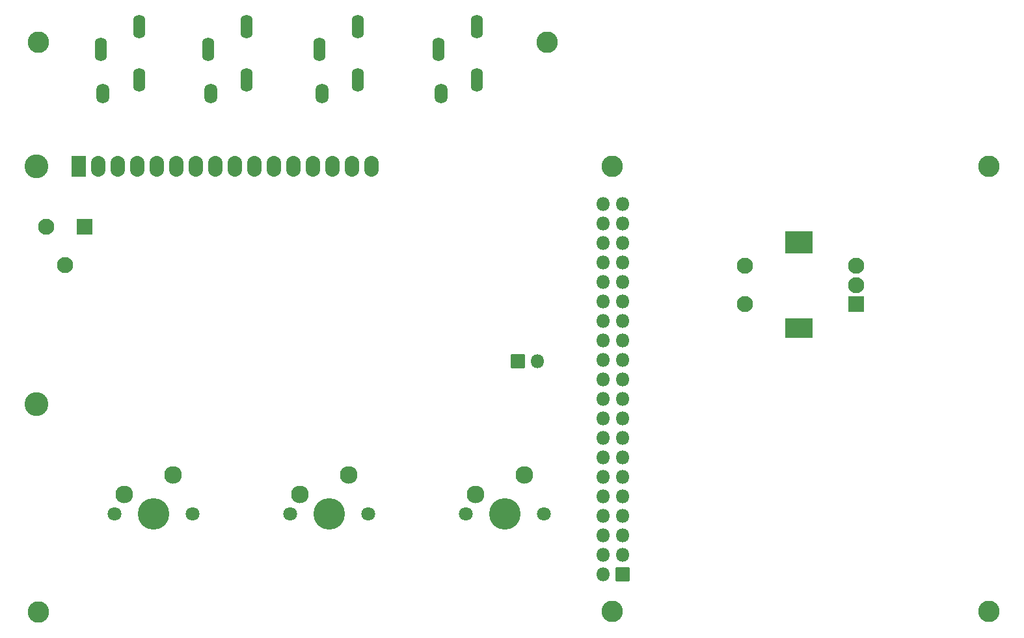
<source format=gts>
G04 #@! TF.GenerationSoftware,KiCad,Pcbnew,8.0.1*
G04 #@! TF.CreationDate,2025-03-27T22:51:35-07:00*
G04 #@! TF.ProjectId,minidexed,6d696e69-6465-4786-9564-2e6b69636164,rev?*
G04 #@! TF.SameCoordinates,Original*
G04 #@! TF.FileFunction,Soldermask,Top*
G04 #@! TF.FilePolarity,Negative*
%FSLAX46Y46*%
G04 Gerber Fmt 4.6, Leading zero omitted, Abs format (unit mm)*
G04 Created by KiCad (PCBNEW 8.0.1) date 2025-03-27 22:51:35*
%MOMM*%
%LPD*%
G01*
G04 APERTURE LIST*
G04 Aperture macros list*
%AMRoundRect*
0 Rectangle with rounded corners*
0 $1 Rounding radius*
0 $2 $3 $4 $5 $6 $7 $8 $9 X,Y pos of 4 corners*
0 Add a 4 corners polygon primitive as box body*
4,1,4,$2,$3,$4,$5,$6,$7,$8,$9,$2,$3,0*
0 Add four circle primitives for the rounded corners*
1,1,$1+$1,$2,$3*
1,1,$1+$1,$4,$5*
1,1,$1+$1,$6,$7*
1,1,$1+$1,$8,$9*
0 Add four rect primitives between the rounded corners*
20,1,$1+$1,$2,$3,$4,$5,0*
20,1,$1+$1,$4,$5,$6,$7,0*
20,1,$1+$1,$6,$7,$8,$9,0*
20,1,$1+$1,$8,$9,$2,$3,0*%
G04 Aperture macros list end*
%ADD10O,1.700000X2.600000*%
%ADD11O,1.600000X3.100000*%
%ADD12C,2.800000*%
%ADD13C,1.800000*%
%ADD14C,4.100000*%
%ADD15C,2.300000*%
%ADD16C,3.100000*%
%ADD17RoundRect,0.050000X-0.900000X-1.300000X0.900000X-1.300000X0.900000X1.300000X-0.900000X1.300000X0*%
%ADD18O,1.900000X2.700000*%
%ADD19RoundRect,0.050000X1.000000X1.000000X-1.000000X1.000000X-1.000000X-1.000000X1.000000X-1.000000X0*%
%ADD20C,2.100000*%
%ADD21RoundRect,0.050000X1.750000X1.250000X-1.750000X1.250000X-1.750000X-1.250000X1.750000X-1.250000X0*%
%ADD22RoundRect,0.050000X1.750000X1.400000X-1.750000X1.400000X-1.750000X-1.400000X1.750000X-1.400000X0*%
%ADD23RoundRect,0.050000X0.850000X0.850000X-0.850000X0.850000X-0.850000X-0.850000X0.850000X-0.850000X0*%
%ADD24O,1.800000X1.800000*%
%ADD25RoundRect,0.050000X-0.850000X0.850000X-0.850000X-0.850000X0.850000X-0.850000X0.850000X0.850000X0*%
G04 APERTURE END LIST*
D10*
X106300000Y-69450000D03*
D11*
X111000000Y-67650000D03*
X106000000Y-63650000D03*
X111000000Y-60750000D03*
D10*
X120300000Y-69450000D03*
D11*
X125000000Y-67650000D03*
X120000000Y-63650000D03*
X125000000Y-60750000D03*
D10*
X134800000Y-69450000D03*
D11*
X139500000Y-67650000D03*
X134500000Y-63650000D03*
X139500000Y-60750000D03*
D10*
X150300000Y-69450000D03*
D11*
X155000000Y-67650000D03*
X155000000Y-60750000D03*
X150000000Y-63650000D03*
D12*
X164100000Y-62700000D03*
D13*
X107820000Y-124200000D03*
D14*
X112900000Y-124200000D03*
D13*
X117980000Y-124200000D03*
D15*
X115440000Y-119120000D03*
X109090000Y-121660000D03*
D16*
X97628900Y-109877200D03*
X97628900Y-78876500D03*
D17*
X103128000Y-78876500D03*
D18*
X105668000Y-78876500D03*
X108208000Y-78876500D03*
X110748000Y-78876500D03*
X113288000Y-78876500D03*
X115828000Y-78876500D03*
X118368000Y-78876500D03*
X120908000Y-78876500D03*
X123448000Y-78876500D03*
X125988000Y-78876500D03*
X128528000Y-78876500D03*
X131068000Y-78876500D03*
X133608000Y-78876500D03*
X136148000Y-78876500D03*
X138688000Y-78876500D03*
X141228000Y-78876500D03*
D19*
X204368400Y-96876500D03*
D20*
X204368400Y-91876500D03*
X204368400Y-94376500D03*
D21*
X196868400Y-99976500D03*
D22*
X196868400Y-88776500D03*
D20*
X189868400Y-91876500D03*
X189868400Y-96876500D03*
D13*
X130670000Y-124200000D03*
X140830000Y-124200000D03*
D14*
X135750000Y-124200000D03*
D15*
X138290000Y-119120000D03*
X131940000Y-121660000D03*
D12*
X97900000Y-137000000D03*
D13*
X153520000Y-124200000D03*
D14*
X158600000Y-124200000D03*
D13*
X163680000Y-124200000D03*
D15*
X161140000Y-119120000D03*
X154790000Y-121660000D03*
D12*
X172618400Y-136892400D03*
X221618400Y-78892400D03*
X172618400Y-78892400D03*
X221618400Y-136892400D03*
D23*
X173918400Y-132042400D03*
D24*
X171378400Y-132042400D03*
X173918400Y-129502400D03*
X171378400Y-129502400D03*
X173918400Y-126962400D03*
X171378400Y-126962400D03*
X173918400Y-124422400D03*
X171378400Y-124422400D03*
X173918400Y-121882400D03*
X171378400Y-121882400D03*
X173918400Y-119342400D03*
X171378400Y-119342400D03*
X173918400Y-116802400D03*
X171378400Y-116802400D03*
X173918400Y-114262400D03*
X171378400Y-114262400D03*
X173918400Y-111722400D03*
X171378400Y-111722400D03*
X173918400Y-109182400D03*
X171378400Y-109182400D03*
X173918400Y-106642400D03*
X171378400Y-106642400D03*
X173918400Y-104102400D03*
X171378400Y-104102400D03*
X173918400Y-101562400D03*
X171378400Y-101562400D03*
X173918400Y-99022400D03*
X171378400Y-99022400D03*
X173918400Y-96482400D03*
X171378400Y-96482400D03*
X173918400Y-93942400D03*
X171378400Y-93942400D03*
X173918400Y-91402400D03*
X171378400Y-91402400D03*
X173918400Y-88862400D03*
X171378400Y-88862400D03*
X173918400Y-86322400D03*
X171378400Y-86322400D03*
X173918400Y-83782400D03*
X171378400Y-83782400D03*
D12*
X97900000Y-62700000D03*
D19*
X103900000Y-86760000D03*
D20*
X101400000Y-91760000D03*
X98900000Y-86760000D03*
D25*
X160325000Y-104300000D03*
D24*
X162865000Y-104300000D03*
M02*

</source>
